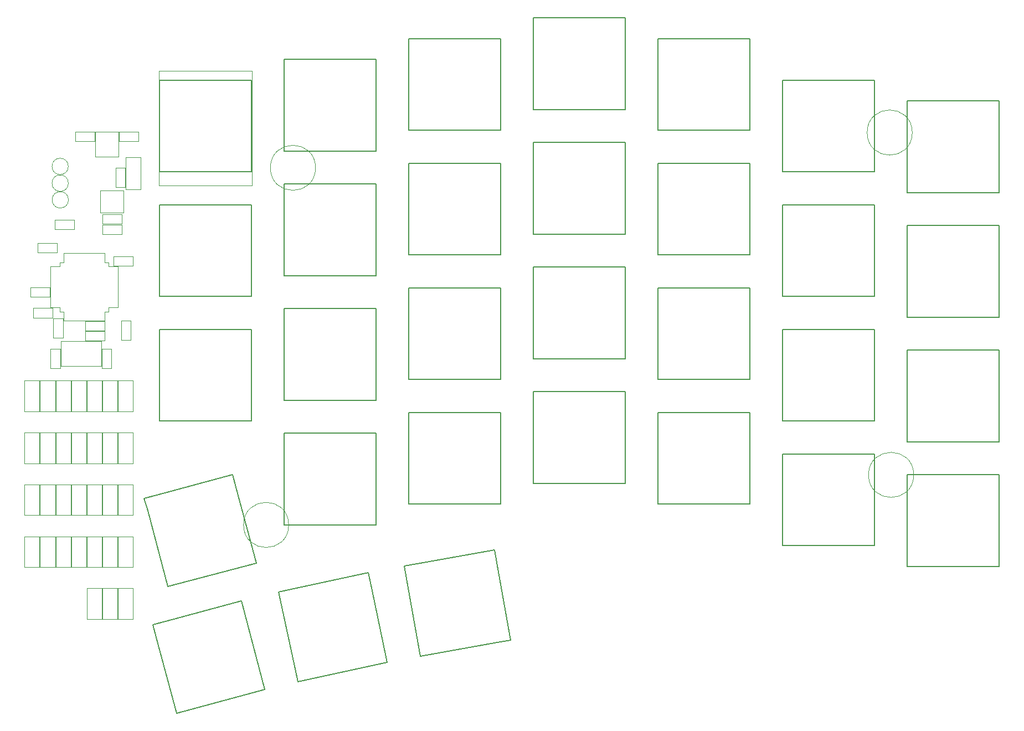
<source format=gbr>
G04 #@! TF.GenerationSoftware,KiCad,Pcbnew,(5.1.4-0)*
G04 #@! TF.CreationDate,2020-12-01T00:50:15+01:00*
G04 #@! TF.ProjectId,stm32split,73746d33-3273-4706-9c69-742e6b696361,rev?*
G04 #@! TF.SameCoordinates,Original*
G04 #@! TF.FileFunction,Other,User*
%FSLAX46Y46*%
G04 Gerber Fmt 4.6, Leading zero omitted, Abs format (unit mm)*
G04 Created by KiCad (PCBNEW (5.1.4-0)) date 2020-12-01 00:50:15*
%MOMM*%
%LPD*%
G04 APERTURE LIST*
%ADD10C,0.050000*%
%ADD11C,0.150000*%
G04 APERTURE END LIST*
D10*
X138344998Y-67332997D02*
G75*
G03X138344998Y-67332997I-3450000J0D01*
G01*
X229571980Y-61945606D02*
G75*
G03X229571980Y-61945606I-3450000J0D01*
G01*
X229787046Y-114280519D02*
G75*
G03X229787046Y-114280519I-3450000J0D01*
G01*
X134241880Y-121929683D02*
G75*
G03X134241880Y-121929683I-3450000J0D01*
G01*
X128630000Y-52550000D02*
X128630000Y-70050000D01*
X128630000Y-52550000D02*
X114430000Y-52550000D01*
X114430000Y-70050000D02*
X128630000Y-70050000D01*
X114430000Y-70050000D02*
X114430000Y-52550000D01*
X100570000Y-72230000D02*
G75*
G03X100570000Y-72230000I-1250000J0D01*
G01*
X100552500Y-69681250D02*
G75*
G03X100552500Y-69681250I-1250000J0D01*
G01*
X100550000Y-67120000D02*
G75*
G03X100550000Y-67120000I-1250000J0D01*
G01*
X99390000Y-97640000D02*
X105590000Y-97640000D01*
X99390000Y-93840000D02*
X99390000Y-97640000D01*
X105590000Y-93840000D02*
X99390000Y-93840000D01*
X105590000Y-97640000D02*
X105590000Y-93840000D01*
X105770000Y-76030000D02*
X108730000Y-76030000D01*
X105770000Y-77490000D02*
X105770000Y-76030000D01*
X108730000Y-77490000D02*
X105770000Y-77490000D01*
X108730000Y-76030000D02*
X108730000Y-77490000D01*
X106137500Y-93760000D02*
X103177500Y-93760000D01*
X106137500Y-92300000D02*
X106137500Y-93760000D01*
X103177500Y-92300000D02*
X106137500Y-92300000D01*
X103177500Y-93760000D02*
X103177500Y-92300000D01*
X106130000Y-92227500D02*
X103170000Y-92227500D01*
X106130000Y-90767500D02*
X106130000Y-92227500D01*
X103170000Y-90767500D02*
X106130000Y-90767500D01*
X103170000Y-92227500D02*
X103170000Y-90767500D01*
X99730000Y-90327500D02*
X99730000Y-93287500D01*
X98270000Y-90327500D02*
X99730000Y-90327500D01*
X98270000Y-93287500D02*
X98270000Y-90327500D01*
X99730000Y-93287500D02*
X98270000Y-93287500D01*
X95897500Y-78810000D02*
X98857500Y-78810000D01*
X95897500Y-80270000D02*
X95897500Y-78810000D01*
X98857500Y-80270000D02*
X95897500Y-80270000D01*
X98857500Y-78810000D02*
X98857500Y-80270000D01*
X107477500Y-80870000D02*
X110437500Y-80870000D01*
X107477500Y-82330000D02*
X107477500Y-80870000D01*
X110437500Y-82330000D02*
X107477500Y-82330000D01*
X110437500Y-80870000D02*
X110437500Y-82330000D01*
X98162500Y-90250000D02*
X95202500Y-90250000D01*
X98162500Y-88790000D02*
X98162500Y-90250000D01*
X95202500Y-88790000D02*
X98162500Y-88790000D01*
X95202500Y-90250000D02*
X95202500Y-88790000D01*
X101452500Y-76720000D02*
X98492500Y-76720000D01*
X101452500Y-75260000D02*
X101452500Y-76720000D01*
X98492500Y-75260000D02*
X101452500Y-75260000D01*
X98492500Y-76720000D02*
X98492500Y-75260000D01*
X104582500Y-63280000D02*
X101622500Y-63280000D01*
X104582500Y-61820000D02*
X104582500Y-63280000D01*
X101622500Y-61820000D02*
X104582500Y-61820000D01*
X101622500Y-63280000D02*
X101622500Y-61820000D01*
X108310000Y-61827500D02*
X111270000Y-61827500D01*
X108310000Y-63287500D02*
X108310000Y-61827500D01*
X111270000Y-63287500D02*
X108310000Y-63287500D01*
X111270000Y-61827500D02*
X111270000Y-63287500D01*
X111580000Y-65737500D02*
X111580000Y-70637500D01*
X109340000Y-65737500D02*
X111580000Y-65737500D01*
X109340000Y-70637500D02*
X109340000Y-65737500D01*
X111580000Y-70637500D02*
X109340000Y-70637500D01*
X94802500Y-85580000D02*
X97762500Y-85580000D01*
X94802500Y-87040000D02*
X94802500Y-85580000D01*
X97762500Y-87040000D02*
X94802500Y-87040000D01*
X97762500Y-85580000D02*
X97762500Y-87040000D01*
X108727500Y-75920000D02*
X105767500Y-75920000D01*
X108727500Y-74460000D02*
X108727500Y-75920000D01*
X105767500Y-74460000D02*
X108727500Y-74460000D01*
X105767500Y-75920000D02*
X105767500Y-74460000D01*
X109250000Y-67357500D02*
X109250000Y-70317500D01*
X107790000Y-67357500D02*
X109250000Y-67357500D01*
X107790000Y-70317500D02*
X107790000Y-67357500D01*
X109250000Y-70317500D02*
X107790000Y-70317500D01*
X105670000Y-97997500D02*
X105670000Y-95037500D01*
X107130000Y-97997500D02*
X105670000Y-97997500D01*
X107130000Y-95037500D02*
X107130000Y-97997500D01*
X105670000Y-95037500D02*
X107130000Y-95037500D01*
X97840000Y-98010000D02*
X97840000Y-95050000D01*
X99300000Y-98010000D02*
X97840000Y-98010000D01*
X99300000Y-95050000D02*
X99300000Y-98010000D01*
X97840000Y-95050000D02*
X99300000Y-95050000D01*
X108660000Y-93652500D02*
X108660000Y-90692500D01*
X110120000Y-93652500D02*
X108660000Y-93652500D01*
X110120000Y-90692500D02*
X110120000Y-93652500D01*
X108660000Y-90692500D02*
X110120000Y-90692500D01*
D11*
X115388638Y-136662614D02*
X126979747Y-133556786D01*
X126979747Y-133556786D02*
X127497386Y-135488638D01*
X128671362Y-147597386D02*
X130603214Y-147079747D01*
X130603214Y-147079747D02*
X127497386Y-135488638D01*
X113974424Y-139112104D02*
X117080253Y-150703214D01*
X117080253Y-150703214D02*
X128671362Y-147597386D01*
X115388638Y-136662614D02*
X113456786Y-137180253D01*
X113456786Y-137180253D02*
X113974424Y-139112104D01*
X134673880Y-131752525D02*
X146411651Y-129257585D01*
X146411651Y-129257585D02*
X146827475Y-131213880D01*
X147366120Y-143367475D02*
X149322415Y-142951651D01*
X149322415Y-142951651D02*
X146827475Y-131213880D01*
X133133408Y-134124644D02*
X135628349Y-145862415D01*
X135628349Y-145862415D02*
X147366120Y-143367475D01*
X134673880Y-131752525D02*
X132717585Y-132168349D01*
X132717585Y-132168349D02*
X133133408Y-134124644D01*
X153880424Y-127844587D02*
X165698117Y-125760808D01*
X165698117Y-125760808D02*
X166045413Y-127730424D01*
X166159576Y-139895413D02*
X168129192Y-139548117D01*
X168129192Y-139548117D02*
X166045413Y-127730424D01*
X152258105Y-130161498D02*
X154341883Y-141979192D01*
X154341883Y-141979192D02*
X166159576Y-139895413D01*
X153880424Y-127844587D02*
X151910808Y-128191883D01*
X151910808Y-128191883D02*
X152258105Y-130161498D01*
X114088638Y-117332614D02*
X125679747Y-114226786D01*
X125679747Y-114226786D02*
X126197386Y-116158638D01*
X127371362Y-128267386D02*
X129303214Y-127749747D01*
X129303214Y-127749747D02*
X126197386Y-116158638D01*
X112674424Y-119782104D02*
X115780253Y-131373214D01*
X115780253Y-131373214D02*
X127371362Y-128267386D01*
X114088638Y-117332614D02*
X112156786Y-117850253D01*
X112156786Y-117850253D02*
X112674424Y-119782104D01*
X135577500Y-107925000D02*
X147577500Y-107925000D01*
X147577500Y-107925000D02*
X147577500Y-109925000D01*
X145577500Y-121925000D02*
X147577500Y-121925000D01*
X147577500Y-121925000D02*
X147577500Y-109925000D01*
X133577500Y-109925000D02*
X133577500Y-121925000D01*
X133577500Y-121925000D02*
X145577500Y-121925000D01*
X135577500Y-107925000D02*
X133577500Y-107925000D01*
X133577500Y-107925000D02*
X133577500Y-109925000D01*
X154627500Y-104750000D02*
X166627500Y-104750000D01*
X166627500Y-104750000D02*
X166627500Y-106750000D01*
X164627500Y-118750000D02*
X166627500Y-118750000D01*
X166627500Y-118750000D02*
X166627500Y-106750000D01*
X152627500Y-106750000D02*
X152627500Y-118750000D01*
X152627500Y-118750000D02*
X164627500Y-118750000D01*
X154627500Y-104750000D02*
X152627500Y-104750000D01*
X152627500Y-104750000D02*
X152627500Y-106750000D01*
X173677500Y-101575000D02*
X185677500Y-101575000D01*
X185677500Y-101575000D02*
X185677500Y-103575000D01*
X183677500Y-115575000D02*
X185677500Y-115575000D01*
X185677500Y-115575000D02*
X185677500Y-103575000D01*
X171677500Y-103575000D02*
X171677500Y-115575000D01*
X171677500Y-115575000D02*
X183677500Y-115575000D01*
X173677500Y-101575000D02*
X171677500Y-101575000D01*
X171677500Y-101575000D02*
X171677500Y-103575000D01*
X192727500Y-104750000D02*
X204727500Y-104750000D01*
X204727500Y-104750000D02*
X204727500Y-106750000D01*
X202727500Y-118750000D02*
X204727500Y-118750000D01*
X204727500Y-118750000D02*
X204727500Y-106750000D01*
X190727500Y-106750000D02*
X190727500Y-118750000D01*
X190727500Y-118750000D02*
X202727500Y-118750000D01*
X192727500Y-104750000D02*
X190727500Y-104750000D01*
X190727500Y-104750000D02*
X190727500Y-106750000D01*
X211777500Y-111100000D02*
X223777500Y-111100000D01*
X223777500Y-111100000D02*
X223777500Y-113100000D01*
X221777500Y-125100000D02*
X223777500Y-125100000D01*
X223777500Y-125100000D02*
X223777500Y-113100000D01*
X209777500Y-113100000D02*
X209777500Y-125100000D01*
X209777500Y-125100000D02*
X221777500Y-125100000D01*
X211777500Y-111100000D02*
X209777500Y-111100000D01*
X209777500Y-111100000D02*
X209777500Y-113100000D01*
X230827500Y-114275000D02*
X242827500Y-114275000D01*
X242827500Y-114275000D02*
X242827500Y-116275000D01*
X240827500Y-128275000D02*
X242827500Y-128275000D01*
X242827500Y-128275000D02*
X242827500Y-116275000D01*
X228827500Y-116275000D02*
X228827500Y-128275000D01*
X228827500Y-128275000D02*
X240827500Y-128275000D01*
X230827500Y-114275000D02*
X228827500Y-114275000D01*
X228827500Y-114275000D02*
X228827500Y-116275000D01*
X116527500Y-92050000D02*
X128527500Y-92050000D01*
X128527500Y-92050000D02*
X128527500Y-94050000D01*
X126527500Y-106050000D02*
X128527500Y-106050000D01*
X128527500Y-106050000D02*
X128527500Y-94050000D01*
X114527500Y-94050000D02*
X114527500Y-106050000D01*
X114527500Y-106050000D02*
X126527500Y-106050000D01*
X116527500Y-92050000D02*
X114527500Y-92050000D01*
X114527500Y-92050000D02*
X114527500Y-94050000D01*
X135577500Y-88875000D02*
X147577500Y-88875000D01*
X147577500Y-88875000D02*
X147577500Y-90875000D01*
X145577500Y-102875000D02*
X147577500Y-102875000D01*
X147577500Y-102875000D02*
X147577500Y-90875000D01*
X133577500Y-90875000D02*
X133577500Y-102875000D01*
X133577500Y-102875000D02*
X145577500Y-102875000D01*
X135577500Y-88875000D02*
X133577500Y-88875000D01*
X133577500Y-88875000D02*
X133577500Y-90875000D01*
X154627500Y-85700000D02*
X166627500Y-85700000D01*
X166627500Y-85700000D02*
X166627500Y-87700000D01*
X164627500Y-99700000D02*
X166627500Y-99700000D01*
X166627500Y-99700000D02*
X166627500Y-87700000D01*
X152627500Y-87700000D02*
X152627500Y-99700000D01*
X152627500Y-99700000D02*
X164627500Y-99700000D01*
X154627500Y-85700000D02*
X152627500Y-85700000D01*
X152627500Y-85700000D02*
X152627500Y-87700000D01*
X173677500Y-82525000D02*
X185677500Y-82525000D01*
X185677500Y-82525000D02*
X185677500Y-84525000D01*
X183677500Y-96525000D02*
X185677500Y-96525000D01*
X185677500Y-96525000D02*
X185677500Y-84525000D01*
X171677500Y-84525000D02*
X171677500Y-96525000D01*
X171677500Y-96525000D02*
X183677500Y-96525000D01*
X173677500Y-82525000D02*
X171677500Y-82525000D01*
X171677500Y-82525000D02*
X171677500Y-84525000D01*
X192727500Y-85700000D02*
X204727500Y-85700000D01*
X204727500Y-85700000D02*
X204727500Y-87700000D01*
X202727500Y-99700000D02*
X204727500Y-99700000D01*
X204727500Y-99700000D02*
X204727500Y-87700000D01*
X190727500Y-87700000D02*
X190727500Y-99700000D01*
X190727500Y-99700000D02*
X202727500Y-99700000D01*
X192727500Y-85700000D02*
X190727500Y-85700000D01*
X190727500Y-85700000D02*
X190727500Y-87700000D01*
X211777500Y-92050000D02*
X223777500Y-92050000D01*
X223777500Y-92050000D02*
X223777500Y-94050000D01*
X221777500Y-106050000D02*
X223777500Y-106050000D01*
X223777500Y-106050000D02*
X223777500Y-94050000D01*
X209777500Y-94050000D02*
X209777500Y-106050000D01*
X209777500Y-106050000D02*
X221777500Y-106050000D01*
X211777500Y-92050000D02*
X209777500Y-92050000D01*
X209777500Y-92050000D02*
X209777500Y-94050000D01*
X230827500Y-95225000D02*
X242827500Y-95225000D01*
X242827500Y-95225000D02*
X242827500Y-97225000D01*
X240827500Y-109225000D02*
X242827500Y-109225000D01*
X242827500Y-109225000D02*
X242827500Y-97225000D01*
X228827500Y-97225000D02*
X228827500Y-109225000D01*
X228827500Y-109225000D02*
X240827500Y-109225000D01*
X230827500Y-95225000D02*
X228827500Y-95225000D01*
X228827500Y-95225000D02*
X228827500Y-97225000D01*
X116527500Y-73000000D02*
X128527500Y-73000000D01*
X128527500Y-73000000D02*
X128527500Y-75000000D01*
X126527500Y-87000000D02*
X128527500Y-87000000D01*
X128527500Y-87000000D02*
X128527500Y-75000000D01*
X114527500Y-75000000D02*
X114527500Y-87000000D01*
X114527500Y-87000000D02*
X126527500Y-87000000D01*
X116527500Y-73000000D02*
X114527500Y-73000000D01*
X114527500Y-73000000D02*
X114527500Y-75000000D01*
X135577500Y-69825000D02*
X147577500Y-69825000D01*
X147577500Y-69825000D02*
X147577500Y-71825000D01*
X145577500Y-83825000D02*
X147577500Y-83825000D01*
X147577500Y-83825000D02*
X147577500Y-71825000D01*
X133577500Y-71825000D02*
X133577500Y-83825000D01*
X133577500Y-83825000D02*
X145577500Y-83825000D01*
X135577500Y-69825000D02*
X133577500Y-69825000D01*
X133577500Y-69825000D02*
X133577500Y-71825000D01*
X154627500Y-66650000D02*
X166627500Y-66650000D01*
X166627500Y-66650000D02*
X166627500Y-68650000D01*
X164627500Y-80650000D02*
X166627500Y-80650000D01*
X166627500Y-80650000D02*
X166627500Y-68650000D01*
X152627500Y-68650000D02*
X152627500Y-80650000D01*
X152627500Y-80650000D02*
X164627500Y-80650000D01*
X154627500Y-66650000D02*
X152627500Y-66650000D01*
X152627500Y-66650000D02*
X152627500Y-68650000D01*
X173677500Y-63475000D02*
X185677500Y-63475000D01*
X185677500Y-63475000D02*
X185677500Y-65475000D01*
X183677500Y-77475000D02*
X185677500Y-77475000D01*
X185677500Y-77475000D02*
X185677500Y-65475000D01*
X171677500Y-65475000D02*
X171677500Y-77475000D01*
X171677500Y-77475000D02*
X183677500Y-77475000D01*
X173677500Y-63475000D02*
X171677500Y-63475000D01*
X171677500Y-63475000D02*
X171677500Y-65475000D01*
X192727500Y-66650000D02*
X204727500Y-66650000D01*
X204727500Y-66650000D02*
X204727500Y-68650000D01*
X202727500Y-80650000D02*
X204727500Y-80650000D01*
X204727500Y-80650000D02*
X204727500Y-68650000D01*
X190727500Y-68650000D02*
X190727500Y-80650000D01*
X190727500Y-80650000D02*
X202727500Y-80650000D01*
X192727500Y-66650000D02*
X190727500Y-66650000D01*
X190727500Y-66650000D02*
X190727500Y-68650000D01*
X211777500Y-73000000D02*
X223777500Y-73000000D01*
X223777500Y-73000000D02*
X223777500Y-75000000D01*
X221777500Y-87000000D02*
X223777500Y-87000000D01*
X223777500Y-87000000D02*
X223777500Y-75000000D01*
X209777500Y-75000000D02*
X209777500Y-87000000D01*
X209777500Y-87000000D02*
X221777500Y-87000000D01*
X211777500Y-73000000D02*
X209777500Y-73000000D01*
X209777500Y-73000000D02*
X209777500Y-75000000D01*
X230827500Y-76175000D02*
X242827500Y-76175000D01*
X242827500Y-76175000D02*
X242827500Y-78175000D01*
X240827500Y-90175000D02*
X242827500Y-90175000D01*
X242827500Y-90175000D02*
X242827500Y-78175000D01*
X228827500Y-78175000D02*
X228827500Y-90175000D01*
X228827500Y-90175000D02*
X240827500Y-90175000D01*
X230827500Y-76175000D02*
X228827500Y-76175000D01*
X228827500Y-76175000D02*
X228827500Y-78175000D01*
X116527500Y-53950000D02*
X128527500Y-53950000D01*
X128527500Y-53950000D02*
X128527500Y-55950000D01*
X126527500Y-67950000D02*
X128527500Y-67950000D01*
X128527500Y-67950000D02*
X128527500Y-55950000D01*
X114527500Y-55950000D02*
X114527500Y-67950000D01*
X114527500Y-67950000D02*
X126527500Y-67950000D01*
X116527500Y-53950000D02*
X114527500Y-53950000D01*
X114527500Y-53950000D02*
X114527500Y-55950000D01*
X135577500Y-50775000D02*
X147577500Y-50775000D01*
X147577500Y-50775000D02*
X147577500Y-52775000D01*
X145577500Y-64775000D02*
X147577500Y-64775000D01*
X147577500Y-64775000D02*
X147577500Y-52775000D01*
X133577500Y-52775000D02*
X133577500Y-64775000D01*
X133577500Y-64775000D02*
X145577500Y-64775000D01*
X135577500Y-50775000D02*
X133577500Y-50775000D01*
X133577500Y-50775000D02*
X133577500Y-52775000D01*
X154627500Y-47600000D02*
X166627500Y-47600000D01*
X166627500Y-47600000D02*
X166627500Y-49600000D01*
X164627500Y-61600000D02*
X166627500Y-61600000D01*
X166627500Y-61600000D02*
X166627500Y-49600000D01*
X152627500Y-49600000D02*
X152627500Y-61600000D01*
X152627500Y-61600000D02*
X164627500Y-61600000D01*
X154627500Y-47600000D02*
X152627500Y-47600000D01*
X152627500Y-47600000D02*
X152627500Y-49600000D01*
X173677500Y-44425000D02*
X185677500Y-44425000D01*
X185677500Y-44425000D02*
X185677500Y-46425000D01*
X183677500Y-58425000D02*
X185677500Y-58425000D01*
X185677500Y-58425000D02*
X185677500Y-46425000D01*
X171677500Y-46425000D02*
X171677500Y-58425000D01*
X171677500Y-58425000D02*
X183677500Y-58425000D01*
X173677500Y-44425000D02*
X171677500Y-44425000D01*
X171677500Y-44425000D02*
X171677500Y-46425000D01*
X192727500Y-47600000D02*
X204727500Y-47600000D01*
X204727500Y-47600000D02*
X204727500Y-49600000D01*
X202727500Y-61600000D02*
X204727500Y-61600000D01*
X204727500Y-61600000D02*
X204727500Y-49600000D01*
X190727500Y-49600000D02*
X190727500Y-61600000D01*
X190727500Y-61600000D02*
X202727500Y-61600000D01*
X192727500Y-47600000D02*
X190727500Y-47600000D01*
X190727500Y-47600000D02*
X190727500Y-49600000D01*
X211777500Y-53950000D02*
X223777500Y-53950000D01*
X223777500Y-53950000D02*
X223777500Y-55950000D01*
X221777500Y-67950000D02*
X223777500Y-67950000D01*
X223777500Y-67950000D02*
X223777500Y-55950000D01*
X209777500Y-55950000D02*
X209777500Y-67950000D01*
X209777500Y-67950000D02*
X221777500Y-67950000D01*
X211777500Y-53950000D02*
X209777500Y-53950000D01*
X209777500Y-53950000D02*
X209777500Y-55950000D01*
X230827500Y-57125000D02*
X242827500Y-57125000D01*
X242827500Y-57125000D02*
X242827500Y-59125000D01*
X240827500Y-71125000D02*
X242827500Y-71125000D01*
X242827500Y-71125000D02*
X242827500Y-59125000D01*
X228827500Y-59125000D02*
X228827500Y-71125000D01*
X228827500Y-71125000D02*
X240827500Y-71125000D01*
X230827500Y-57125000D02*
X228827500Y-57125000D01*
X228827500Y-57125000D02*
X228827500Y-59125000D01*
D10*
X105682500Y-131625000D02*
X103382500Y-131625000D01*
X103382500Y-136325000D02*
X103382500Y-131625000D01*
X105682500Y-136325000D02*
X103382500Y-136325000D01*
X105682500Y-131625000D02*
X105682500Y-136325000D01*
X108063750Y-131625000D02*
X105763750Y-131625000D01*
X105763750Y-136325000D02*
X105763750Y-131625000D01*
X108063750Y-136325000D02*
X105763750Y-136325000D01*
X108063750Y-131625000D02*
X108063750Y-136325000D01*
X110445000Y-131625000D02*
X108145000Y-131625000D01*
X108145000Y-136325000D02*
X108145000Y-131625000D01*
X110445000Y-136325000D02*
X108145000Y-136325000D01*
X110445000Y-131625000D02*
X110445000Y-136325000D01*
X96157500Y-123687500D02*
X93857500Y-123687500D01*
X93857500Y-128387500D02*
X93857500Y-123687500D01*
X96157500Y-128387500D02*
X93857500Y-128387500D01*
X96157500Y-123687500D02*
X96157500Y-128387500D01*
X98538750Y-123687500D02*
X96238750Y-123687500D01*
X96238750Y-128387500D02*
X96238750Y-123687500D01*
X98538750Y-128387500D02*
X96238750Y-128387500D01*
X98538750Y-123687500D02*
X98538750Y-128387500D01*
X100920000Y-123687500D02*
X98620000Y-123687500D01*
X98620000Y-128387500D02*
X98620000Y-123687500D01*
X100920000Y-128387500D02*
X98620000Y-128387500D01*
X100920000Y-123687500D02*
X100920000Y-128387500D01*
X103301250Y-123687500D02*
X101001250Y-123687500D01*
X101001250Y-128387500D02*
X101001250Y-123687500D01*
X103301250Y-128387500D02*
X101001250Y-128387500D01*
X103301250Y-123687500D02*
X103301250Y-128387500D01*
X105682500Y-123687500D02*
X103382500Y-123687500D01*
X103382500Y-128387500D02*
X103382500Y-123687500D01*
X105682500Y-128387500D02*
X103382500Y-128387500D01*
X105682500Y-123687500D02*
X105682500Y-128387500D01*
X108063750Y-123687500D02*
X105763750Y-123687500D01*
X105763750Y-128387500D02*
X105763750Y-123687500D01*
X108063750Y-128387500D02*
X105763750Y-128387500D01*
X108063750Y-123687500D02*
X108063750Y-128387500D01*
X110445000Y-123687500D02*
X108145000Y-123687500D01*
X108145000Y-128387500D02*
X108145000Y-123687500D01*
X110445000Y-128387500D02*
X108145000Y-128387500D01*
X110445000Y-123687500D02*
X110445000Y-128387500D01*
X96157500Y-115750000D02*
X93857500Y-115750000D01*
X93857500Y-120450000D02*
X93857500Y-115750000D01*
X96157500Y-120450000D02*
X93857500Y-120450000D01*
X96157500Y-115750000D02*
X96157500Y-120450000D01*
X98538750Y-115750000D02*
X96238750Y-115750000D01*
X96238750Y-120450000D02*
X96238750Y-115750000D01*
X98538750Y-120450000D02*
X96238750Y-120450000D01*
X98538750Y-115750000D02*
X98538750Y-120450000D01*
X100920000Y-115750000D02*
X98620000Y-115750000D01*
X98620000Y-120450000D02*
X98620000Y-115750000D01*
X100920000Y-120450000D02*
X98620000Y-120450000D01*
X100920000Y-115750000D02*
X100920000Y-120450000D01*
X103301250Y-115750000D02*
X101001250Y-115750000D01*
X101001250Y-120450000D02*
X101001250Y-115750000D01*
X103301250Y-120450000D02*
X101001250Y-120450000D01*
X103301250Y-115750000D02*
X103301250Y-120450000D01*
X105682500Y-115750000D02*
X103382500Y-115750000D01*
X103382500Y-120450000D02*
X103382500Y-115750000D01*
X105682500Y-120450000D02*
X103382500Y-120450000D01*
X105682500Y-115750000D02*
X105682500Y-120450000D01*
X108063750Y-115750000D02*
X105763750Y-115750000D01*
X105763750Y-120450000D02*
X105763750Y-115750000D01*
X108063750Y-120450000D02*
X105763750Y-120450000D01*
X108063750Y-115750000D02*
X108063750Y-120450000D01*
X110445000Y-115750000D02*
X108145000Y-115750000D01*
X108145000Y-120450000D02*
X108145000Y-115750000D01*
X110445000Y-120450000D02*
X108145000Y-120450000D01*
X110445000Y-115750000D02*
X110445000Y-120450000D01*
X96157500Y-107812500D02*
X93857500Y-107812500D01*
X93857500Y-112512500D02*
X93857500Y-107812500D01*
X96157500Y-112512500D02*
X93857500Y-112512500D01*
X96157500Y-107812500D02*
X96157500Y-112512500D01*
X98538750Y-107812500D02*
X96238750Y-107812500D01*
X96238750Y-112512500D02*
X96238750Y-107812500D01*
X98538750Y-112512500D02*
X96238750Y-112512500D01*
X98538750Y-107812500D02*
X98538750Y-112512500D01*
X100920000Y-107812500D02*
X98620000Y-107812500D01*
X98620000Y-112512500D02*
X98620000Y-107812500D01*
X100920000Y-112512500D02*
X98620000Y-112512500D01*
X100920000Y-107812500D02*
X100920000Y-112512500D01*
X103301250Y-107812500D02*
X101001250Y-107812500D01*
X101001250Y-112512500D02*
X101001250Y-107812500D01*
X103301250Y-112512500D02*
X101001250Y-112512500D01*
X103301250Y-107812500D02*
X103301250Y-112512500D01*
X105682500Y-107812500D02*
X103382500Y-107812500D01*
X103382500Y-112512500D02*
X103382500Y-107812500D01*
X105682500Y-112512500D02*
X103382500Y-112512500D01*
X105682500Y-107812500D02*
X105682500Y-112512500D01*
X108063750Y-107812500D02*
X105763750Y-107812500D01*
X105763750Y-112512500D02*
X105763750Y-107812500D01*
X108063750Y-112512500D02*
X105763750Y-112512500D01*
X108063750Y-107812500D02*
X108063750Y-112512500D01*
X110445000Y-107812500D02*
X108145000Y-107812500D01*
X108145000Y-112512500D02*
X108145000Y-107812500D01*
X110445000Y-112512500D02*
X108145000Y-112512500D01*
X110445000Y-107812500D02*
X110445000Y-112512500D01*
X96157500Y-99875000D02*
X93857500Y-99875000D01*
X93857500Y-104575000D02*
X93857500Y-99875000D01*
X96157500Y-104575000D02*
X93857500Y-104575000D01*
X96157500Y-99875000D02*
X96157500Y-104575000D01*
X98538750Y-99875000D02*
X96238750Y-99875000D01*
X96238750Y-104575000D02*
X96238750Y-99875000D01*
X98538750Y-104575000D02*
X96238750Y-104575000D01*
X98538750Y-99875000D02*
X98538750Y-104575000D01*
X100920000Y-99875000D02*
X98620000Y-99875000D01*
X98620000Y-104575000D02*
X98620000Y-99875000D01*
X100920000Y-104575000D02*
X98620000Y-104575000D01*
X100920000Y-99875000D02*
X100920000Y-104575000D01*
X103301250Y-99875000D02*
X101001250Y-99875000D01*
X101001250Y-104575000D02*
X101001250Y-99875000D01*
X103301250Y-104575000D02*
X101001250Y-104575000D01*
X103301250Y-99875000D02*
X103301250Y-104575000D01*
X105682500Y-99875000D02*
X103382500Y-99875000D01*
X103382500Y-104575000D02*
X103382500Y-99875000D01*
X105682500Y-104575000D02*
X103382500Y-104575000D01*
X105682500Y-99875000D02*
X105682500Y-104575000D01*
X108063750Y-99875000D02*
X105763750Y-99875000D01*
X105763750Y-104575000D02*
X105763750Y-99875000D01*
X108063750Y-104575000D02*
X105763750Y-104575000D01*
X108063750Y-99875000D02*
X108063750Y-104575000D01*
X110445000Y-99875000D02*
X108145000Y-99875000D01*
X108145000Y-104575000D02*
X108145000Y-99875000D01*
X110445000Y-104575000D02*
X108145000Y-104575000D01*
X110445000Y-99875000D02*
X110445000Y-104575000D01*
X108950000Y-74170000D02*
X105450000Y-74170000D01*
X108950000Y-70770000D02*
X108950000Y-74170000D01*
X105450000Y-70770000D02*
X108950000Y-70770000D01*
X105450000Y-74170000D02*
X105450000Y-70770000D01*
X106131250Y-80406250D02*
X102981250Y-80406250D01*
X106131250Y-81806250D02*
X106131250Y-80406250D01*
X106731250Y-81806250D02*
X106131250Y-81806250D01*
X106731250Y-82406250D02*
X106731250Y-81806250D01*
X108131250Y-82406250D02*
X106731250Y-82406250D01*
X108131250Y-85556250D02*
X108131250Y-82406250D01*
X106131250Y-90706250D02*
X102981250Y-90706250D01*
X106131250Y-89306250D02*
X106131250Y-90706250D01*
X106731250Y-89306250D02*
X106131250Y-89306250D01*
X106731250Y-88706250D02*
X106731250Y-89306250D01*
X108131250Y-88706250D02*
X106731250Y-88706250D01*
X108131250Y-85556250D02*
X108131250Y-88706250D01*
X99831250Y-80406250D02*
X102981250Y-80406250D01*
X99831250Y-81806250D02*
X99831250Y-80406250D01*
X99231250Y-81806250D02*
X99831250Y-81806250D01*
X99231250Y-82406250D02*
X99231250Y-81806250D01*
X97831250Y-82406250D02*
X99231250Y-82406250D01*
X97831250Y-85556250D02*
X97831250Y-82406250D01*
X99831250Y-90706250D02*
X102981250Y-90706250D01*
X99831250Y-89306250D02*
X99831250Y-90706250D01*
X99231250Y-89306250D02*
X99831250Y-89306250D01*
X99231250Y-88706250D02*
X99231250Y-89306250D01*
X97831250Y-88706250D02*
X99231250Y-88706250D01*
X97831250Y-85556250D02*
X97831250Y-88706250D01*
X104650000Y-65630000D02*
X108250000Y-65630000D01*
X108250000Y-65630000D02*
X108250000Y-61830000D01*
X108250000Y-61830000D02*
X104650000Y-61830000D01*
X104650000Y-61830000D02*
X104650000Y-65630000D01*
M02*

</source>
